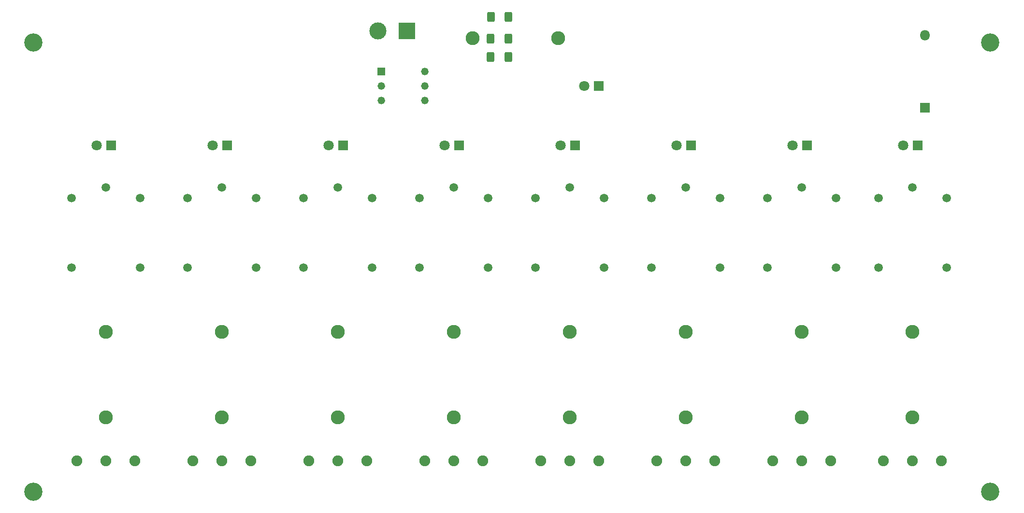
<source format=gbr>
%TF.GenerationSoftware,KiCad,Pcbnew,8.0.5*%
%TF.CreationDate,2024-09-24T14:12:51-04:00*%
%TF.ProjectId,MPD V1,4d504420-5631-42e6-9b69-6361645f7063,rev?*%
%TF.SameCoordinates,Original*%
%TF.FileFunction,Soldermask,Bot*%
%TF.FilePolarity,Negative*%
%FSLAX46Y46*%
G04 Gerber Fmt 4.6, Leading zero omitted, Abs format (unit mm)*
G04 Created by KiCad (PCBNEW 8.0.5) date 2024-09-24 14:12:51*
%MOMM*%
%LPD*%
G01*
G04 APERTURE LIST*
G04 Aperture macros list*
%AMRoundRect*
0 Rectangle with rounded corners*
0 $1 Rounding radius*
0 $2 $3 $4 $5 $6 $7 $8 $9 X,Y pos of 4 corners*
0 Add a 4 corners polygon primitive as box body*
4,1,4,$2,$3,$4,$5,$6,$7,$8,$9,$2,$3,0*
0 Add four circle primitives for the rounded corners*
1,1,$1+$1,$2,$3*
1,1,$1+$1,$4,$5*
1,1,$1+$1,$6,$7*
1,1,$1+$1,$8,$9*
0 Add four rect primitives between the rounded corners*
20,1,$1+$1,$2,$3,$4,$5,0*
20,1,$1+$1,$4,$5,$6,$7,0*
20,1,$1+$1,$6,$7,$8,$9,0*
20,1,$1+$1,$8,$9,$2,$3,0*%
G04 Aperture macros list end*
%ADD10C,3.200000*%
%ADD11C,1.498600*%
%ADD12R,1.800000X1.800000*%
%ADD13C,1.800000*%
%ADD14C,1.905000*%
%ADD15C,2.454000*%
%ADD16O,1.800000X1.800000*%
%ADD17R,1.320800X1.320800*%
%ADD18C,1.320800*%
%ADD19R,3.000000X3.000000*%
%ADD20C,3.000000*%
%ADD21RoundRect,0.250000X0.400000X0.625000X-0.400000X0.625000X-0.400000X-0.625000X0.400000X-0.625000X0*%
G04 APERTURE END LIST*
D10*
%TO.C,H3*%
X50800000Y-124460000D03*
%TD*%
D11*
%TO.C,K5*%
X130460000Y-85208451D03*
X130460000Y-73008450D03*
X124460002Y-71108451D03*
X118460004Y-73008450D03*
X118460004Y-85208451D03*
%TD*%
%TO.C,K8*%
X69500000Y-85208451D03*
X69500000Y-73008450D03*
X63500002Y-71108451D03*
X57500004Y-73008450D03*
X57500004Y-85208451D03*
%TD*%
D12*
%TO.C,LED6*%
X105060000Y-63793552D03*
D13*
X102520000Y-63793552D03*
%TD*%
D14*
%TO.C,Con4*%
X139700000Y-119071001D03*
X144780000Y-119071001D03*
X149860000Y-119071001D03*
%TD*%
D15*
%TO.C,F2*%
X185420000Y-111451001D03*
X185420000Y-96451001D03*
%TD*%
D12*
%TO.C,LED4*%
X145699998Y-63793552D03*
D13*
X143159998Y-63793552D03*
%TD*%
D15*
%TO.C,F3*%
X165100002Y-111451001D03*
X165100002Y-96451001D03*
%TD*%
D12*
%TO.C,D1*%
X207010000Y-57150000D03*
D16*
X207010000Y-44450000D03*
%TD*%
D10*
%TO.C,H1*%
X50800000Y-45720000D03*
%TD*%
D14*
%TO.C,Con5*%
X119380002Y-119071001D03*
X124460002Y-119071001D03*
X129540002Y-119071001D03*
%TD*%
D15*
%TO.C,F6*%
X104140002Y-111451001D03*
X104140002Y-96451001D03*
%TD*%
D12*
%TO.C,LED0*%
X149790000Y-53340000D03*
D13*
X147250000Y-53340000D03*
%TD*%
D15*
%TO.C,F8*%
X63500002Y-111451001D03*
X63500002Y-96451001D03*
%TD*%
D14*
%TO.C,Con6*%
X99060002Y-119071001D03*
X104140002Y-119071001D03*
X109220002Y-119071001D03*
%TD*%
%TO.C,Con3*%
X160020002Y-119071001D03*
X165100002Y-119071001D03*
X170180002Y-119071001D03*
%TD*%
D11*
%TO.C,K1*%
X210820000Y-85208451D03*
X210820000Y-73008450D03*
X204820002Y-71108451D03*
X198820004Y-73008450D03*
X198820004Y-85208451D03*
%TD*%
D15*
%TO.C,F1*%
X204820002Y-111451001D03*
X204820002Y-96451001D03*
%TD*%
D11*
%TO.C,K3*%
X171100000Y-85208451D03*
X171100000Y-73008450D03*
X165100002Y-71108451D03*
X159100004Y-73008450D03*
X159100004Y-85208451D03*
%TD*%
D15*
%TO.C,F5*%
X124460002Y-111451001D03*
X124460002Y-96451001D03*
%TD*%
D14*
%TO.C,Con1*%
X199740002Y-119071001D03*
X204820002Y-119071001D03*
X209900002Y-119071001D03*
%TD*%
D12*
%TO.C,LED8*%
X64420000Y-63793552D03*
D13*
X61880000Y-63793552D03*
%TD*%
D17*
%TO.C,SW1*%
X111760000Y-50800000D03*
D18*
X111760000Y-53340000D03*
X111760000Y-55880000D03*
X119380000Y-55880000D03*
X119380000Y-53340000D03*
X119380000Y-50800000D03*
%TD*%
D11*
%TO.C,K4*%
X150779998Y-85208451D03*
X150779998Y-73008450D03*
X144780000Y-71108451D03*
X138780002Y-73008450D03*
X138780002Y-85208451D03*
%TD*%
D14*
%TO.C,Con7*%
X78740002Y-119071001D03*
X83820002Y-119071001D03*
X88900002Y-119071001D03*
%TD*%
D11*
%TO.C,K2*%
X191419998Y-85208451D03*
X191419998Y-73008450D03*
X185420000Y-71108451D03*
X179420002Y-73008450D03*
X179420002Y-85208451D03*
%TD*%
D15*
%TO.C,F7*%
X83820002Y-111451001D03*
X83820002Y-96451001D03*
%TD*%
D12*
%TO.C,LED2*%
X186339998Y-63793552D03*
D13*
X183799998Y-63793552D03*
%TD*%
D15*
%TO.C,F4*%
X144780000Y-111451001D03*
X144780000Y-96451001D03*
%TD*%
D19*
%TO.C,J5*%
X116205000Y-43694502D03*
D20*
X111125000Y-43694502D03*
%TD*%
D14*
%TO.C,Con2*%
X180340000Y-119071001D03*
X185420000Y-119071001D03*
X190500000Y-119071001D03*
%TD*%
D12*
%TO.C,LED7*%
X84740000Y-63793552D03*
D13*
X82200000Y-63793552D03*
%TD*%
D12*
%TO.C,LED3*%
X166020000Y-63793552D03*
D13*
X163480000Y-63793552D03*
%TD*%
D11*
%TO.C,K7*%
X89820000Y-85208451D03*
X89820000Y-73008450D03*
X83820002Y-71108451D03*
X77820004Y-73008450D03*
X77820004Y-85208451D03*
%TD*%
D12*
%TO.C,LED1*%
X205740000Y-63793552D03*
D13*
X203200000Y-63793552D03*
%TD*%
D15*
%TO.C,F0*%
X127755000Y-44964502D03*
X142755000Y-44964502D03*
%TD*%
D14*
%TO.C,Con8*%
X58420002Y-119071001D03*
X63500002Y-119071001D03*
X68580002Y-119071001D03*
%TD*%
D12*
%TO.C,LED5*%
X125380000Y-63793552D03*
D13*
X122840000Y-63793552D03*
%TD*%
D11*
%TO.C,K6*%
X110140000Y-85208451D03*
X110140000Y-73008450D03*
X104140002Y-71108451D03*
X98140004Y-73008450D03*
X98140004Y-85208451D03*
%TD*%
D10*
%TO.C,H4*%
X218440000Y-124460000D03*
%TD*%
%TO.C,H2*%
X218440000Y-45720000D03*
%TD*%
D21*
%TO.C,R14*%
X134035000Y-41275000D03*
X130935000Y-41275000D03*
%TD*%
%TO.C,R12*%
X133985000Y-48260000D03*
X130885000Y-48260000D03*
%TD*%
%TO.C,R13*%
X133985000Y-45085000D03*
X130885000Y-45085000D03*
%TD*%
M02*

</source>
